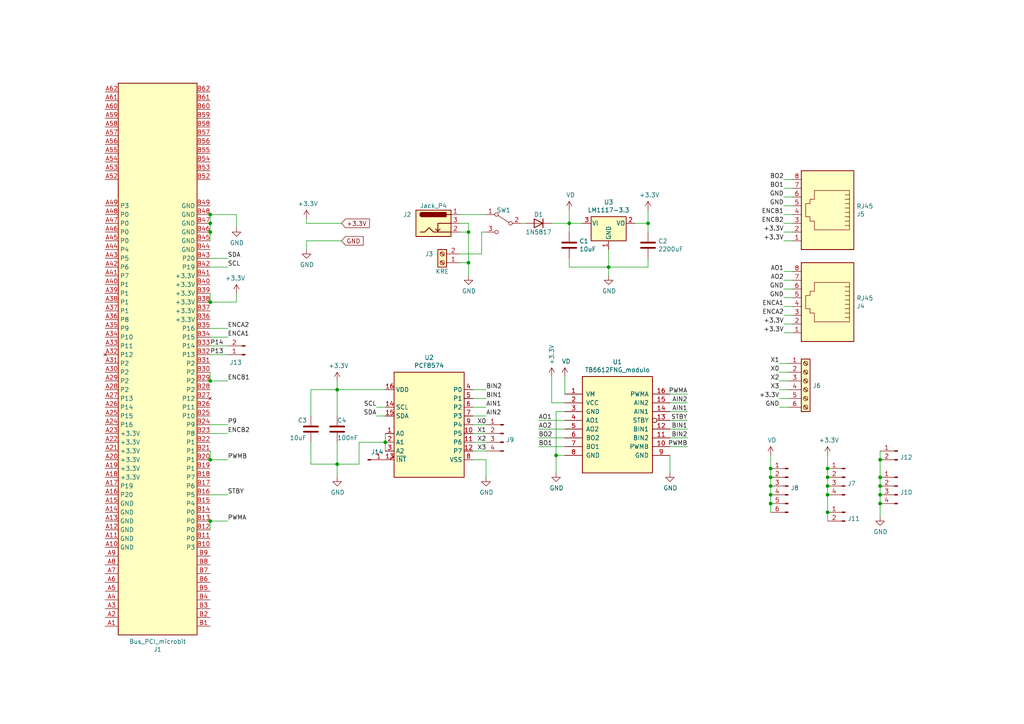
<source format=kicad_sch>
(kicad_sch (version 20211123) (generator eeschema)
  (paper "A4")
  (title_block (title "Escola 4.0 - Robô (des)Controlado") (date "2024-05-31") (rev "1.0"))
  (lib_symbols
    (symbol "Connector:Barrel_Jack_Switch" (pin_names hide)
      (property "Reference" "J" (at 0 5.334 0))
      (property "Value" "Barrel_Jack_Switch" (at 0 -5.08 0))
      (symbol "Barrel_Jack_Switch_0_1"
        (rectangle (start -5.08 3.81) (end 5.08 -3.81) (stroke (width 0.254)) (fill (type background)))
        (arc (start -3.302 3.175) (mid -3.937 2.54) (end -3.302 1.905) (stroke (width 0.254)))
        (arc (start -3.302 3.175) (mid -3.937 2.54) (end -3.302 1.905) (stroke (width 0.254)) (fill (type outline)))
        (polyline (pts (xy 1.27 -2.286) (xy 1.905 -1.651)) (stroke (width 0.254)))
        (polyline (pts (xy 5.08 2.54) (xy 3.81 2.54)) (stroke (width 0.254)))
        (polyline (pts (xy 5.08 0) (xy 1.27 0) (xy 1.27 -2.286) (xy 0.635 -1.651)) (stroke (width 0.254)))
        (polyline (pts (xy -3.81 -2.54) (xy -2.54 -2.54) (xy -1.27 -1.27) (xy 0 -2.54) (xy 2.54 -2.54) (xy 5.08 -2.54)) (stroke (width 0.254)))
        (rectangle (start 3.683 3.175) (end -3.302 1.905) (stroke (width 0.254)) (fill (type outline)))
      )
      (symbol "Barrel_Jack_Switch_1_1"
        (pin passive line (at 7.62 2.54 180) (length 2.54) (name "~") (number "1"))
        (pin passive line (at 7.62 -2.54 180) (length 2.54) (name "~") (number "2"))
        (pin passive line (at 7.62 0 180) (length 2.54) (name "~") (number "3"))
      )
    )
    (symbol "Connector:Conn_01x01_Male" (pin_names (offset 1.016) hide)
      (property "Reference" "J" (at 0 2.54 0))
      (property "Value" "Conn_01x01_Male" (at 0 -2.54 0))
      (symbol "Conn_01x01_Male_1_1"
        (polyline (pts (xy 1.27 0) (xy 0.8636 0)) (stroke (width 0.1524)))
        (rectangle (start 0.8636 0.127) (end 0 -0.127) (stroke (width 0.1524)) (fill (type outline)))
        (pin passive line (at 5.08 0 180) (length 3.81) (name "Pin_1") (number "1"))
      )
    )
    (symbol "Connector:Conn_01x02_Male" (pin_names (offset 1.016) hide)
      (property "Reference" "J" (at 0 2.54 0))
      (property "Value" "Conn_01x02_Male" (at 0 -5.08 0))
      (symbol "Conn_01x02_Male_1_1"
        (polyline (pts (xy 1.27 -2.54) (xy 0.8636 -2.54)) (stroke (width 0.1524)))
        (polyline (pts (xy 1.27 0) (xy 0.8636 0)) (stroke (width 0.1524)))
        (rectangle (start 0.8636 -2.413) (end 0 -2.667) (stroke (width 0.1524)) (fill (type outline)))
        (rectangle (start 0.8636 0.127) (end 0 -0.127) (stroke (width 0.1524)) (fill (type outline)))
        (pin passive line (at 5.08 0 180) (length 3.81) (name "Pin_1") (number "1"))
        (pin passive line (at 5.08 -2.54 180) (length 3.81) (name "Pin_2") (number "2"))
      )
    )
    (symbol "Connector:Conn_01x04_Male" (pin_names (offset 1.016) hide)
      (property "Reference" "J" (at 0 5.08 0))
      (property "Value" "Conn_01x04_Male" (at 0 -7.62 0))
      (symbol "Conn_01x04_Male_1_1"
        (polyline (pts (xy 1.27 -5.08) (xy 0.8636 -5.08)) (stroke (width 0.1524)))
        (polyline (pts (xy 1.27 -2.54) (xy 0.8636 -2.54)) (stroke (width 0.1524)))
        (polyline (pts (xy 1.27 0) (xy 0.8636 0)) (stroke (width 0.1524)))
        (polyline (pts (xy 1.27 2.54) (xy 0.8636 2.54)) (stroke (width 0.1524)))
        (rectangle (start 0.8636 -4.953) (end 0 -5.207) (stroke (width 0.1524)) (fill (type outline)))
        (rectangle (start 0.8636 -2.413) (end 0 -2.667) (stroke (width 0.1524)) (fill (type outline)))
        (rectangle (start 0.8636 0.127) (end 0 -0.127) (stroke (width 0.1524)) (fill (type outline)))
        (rectangle (start 0.8636 2.667) (end 0 2.413) (stroke (width 0.1524)) (fill (type outline)))
        (pin passive line (at 5.08 2.54 180) (length 3.81) (name "Pin_1") (number "1"))
        (pin passive line (at 5.08 0 180) (length 3.81) (name "Pin_2") (number "2"))
        (pin passive line (at 5.08 -2.54 180) (length 3.81) (name "Pin_3") (number "3"))
        (pin passive line (at 5.08 -5.08 180) (length 3.81) (name "Pin_4") (number "4"))
      )
    )
    (symbol "Connector:Conn_01x06_Male" (pin_names (offset 1.016) hide)
      (property "Reference" "J" (at 0 7.62 0))
      (property "Value" "Conn_01x06_Male" (at 0 -10.16 0))
      (symbol "Conn_01x06_Male_1_1"
        (polyline (pts (xy 1.27 -7.62) (xy 0.8636 -7.62)) (stroke (width 0.1524)))
        (polyline (pts (xy 1.27 -5.08) (xy 0.8636 -5.08)) (stroke (width 0.1524)))
        (polyline (pts (xy 1.27 -2.54) (xy 0.8636 -2.54)) (stroke (width 0.1524)))
        (polyline (pts (xy 1.27 0) (xy 0.8636 0)) (stroke (width 0.1524)))
        (polyline (pts (xy 1.27 2.54) (xy 0.8636 2.54)) (stroke (width 0.1524)))
        (polyline (pts (xy 1.27 5.08) (xy 0.8636 5.08)) (stroke (width 0.1524)))
        (rectangle (start 0.8636 -7.493) (end 0 -7.747) (stroke (width 0.1524)) (fill (type outline)))
        (rectangle (start 0.8636 -4.953) (end 0 -5.207) (stroke (width 0.1524)) (fill (type outline)))
        (rectangle (start 0.8636 -2.413) (end 0 -2.667) (stroke (width 0.1524)) (fill (type outline)))
        (rectangle (start 0.8636 0.127) (end 0 -0.127) (stroke (width 0.1524)) (fill (type outline)))
        (rectangle (start 0.8636 2.667) (end 0 2.413) (stroke (width 0.1524)) (fill (type outline)))
        (rectangle (start 0.8636 5.207) (end 0 4.953) (stroke (width 0.1524)) (fill (type outline)))
        (pin passive line (at 5.08 5.08 180) (length 3.81) (name "Pin_1") (number "1"))
        (pin passive line (at 5.08 2.54 180) (length 3.81) (name "Pin_2") (number "2"))
        (pin passive line (at 5.08 0 180) (length 3.81) (name "Pin_3") (number "3"))
        (pin passive line (at 5.08 -2.54 180) (length 3.81) (name "Pin_4") (number "4"))
        (pin passive line (at 5.08 -5.08 180) (length 3.81) (name "Pin_5") (number "5"))
        (pin passive line (at 5.08 -7.62 180) (length 3.81) (name "Pin_6") (number "6"))
      )
    )
    (symbol "Connector:RJ45" (pin_names (offset 1.016))
      (property "Reference" "J" (at -5.08 13.97 0))
      (property "Value" "RJ45" (at 2.54 13.97 0))
      (symbol "RJ45_0_1"
        (polyline (pts (xy -5.08 4.445) (xy -6.35 4.445)))
        (polyline (pts (xy -5.08 5.715) (xy -6.35 5.715)))
        (polyline (pts (xy -6.35 -3.175) (xy -5.08 -3.175) (xy -5.08 -3.175)))
        (polyline (pts (xy -6.35 -1.905) (xy -5.08 -1.905) (xy -5.08 -1.905)))
        (polyline (pts (xy -6.35 -0.635) (xy -5.08 -0.635) (xy -5.08 -0.635)))
        (polyline (pts (xy -6.35 0.635) (xy -5.08 0.635) (xy -5.08 0.635)))
        (polyline (pts (xy -6.35 1.905) (xy -5.08 1.905) (xy -5.08 1.905)))
        (polyline (pts (xy -5.08 3.175) (xy -6.35 3.175) (xy -6.35 3.175)))
        (polyline (pts (xy -6.35 -4.445) (xy -6.35 6.985) (xy 3.81 6.985) (xy 3.81 4.445) (xy 5.08 4.445) (xy 5.08 3.175) (xy 6.35 3.175) (xy 6.35 -0.635) (xy 5.08 -0.635) (xy 5.08 -1.905) (xy 3.81 -1.905) (xy 3.81 -4.445) (xy -6.35 -4.445) (xy -6.35 -4.445)))
        (rectangle (start 7.62 12.7) (end -7.62 -10.16) (stroke (width 0.254)) (fill (type background)))
      )
      (symbol "RJ45_1_1"
        (pin passive line (at 10.16 -7.62 180) (length 2.54) (name "~") (number "1"))
        (pin passive line (at 10.16 -5.08 180) (length 2.54) (name "~") (number "2"))
        (pin passive line (at 10.16 -2.54 180) (length 2.54) (name "~") (number "3"))
        (pin passive line (at 10.16 0 180) (length 2.54) (name "~") (number "4"))
        (pin passive line (at 10.16 2.54 180) (length 2.54) (name "~") (number "5"))
        (pin passive line (at 10.16 5.08 180) (length 2.54) (name "~") (number "6"))
        (pin passive line (at 10.16 7.62 180) (length 2.54) (name "~") (number "7"))
        (pin passive line (at 10.16 10.16 180) (length 2.54) (name "~") (number "8"))
      )
    )
    (symbol "Connector:Screw_Terminal_01x02" (pin_names (offset 1.016) hide)
      (property "Reference" "J" (at 0 2.54 0))
      (property "Value" "Screw_Terminal_01x02" (at 0 -5.08 0))
      (symbol "Screw_Terminal_01x02_1_1"
        (rectangle (start -1.27 1.27) (end 1.27 -3.81) (stroke (width 0.254)) (fill (type background)))
        (circle (center 0 -2.54) (radius 0.635) (stroke (width 0.1524)))
        (polyline (pts (xy -0.5334 -2.2098) (xy 0.3302 -3.048)) (stroke (width 0.1524)))
        (polyline (pts (xy -0.5334 0.3302) (xy 0.3302 -0.508)) (stroke (width 0.1524)))
        (polyline (pts (xy -0.3556 -2.032) (xy 0.508 -2.8702)) (stroke (width 0.1524)))
        (polyline (pts (xy -0.3556 0.508) (xy 0.508 -0.3302)) (stroke (width 0.1524)))
        (circle (center 0 0) (radius 0.635) (stroke (width 0.1524)))
        (pin passive line (at -5.08 0 0) (length 3.81) (name "Pin_1") (number "1"))
        (pin passive line (at -5.08 -2.54 0) (length 3.81) (name "Pin_2") (number "2"))
      )
    )
    (symbol "Connector:Screw_Terminal_01x06" (pin_names (offset 1.016) hide)
      (property "Reference" "J" (at 0 7.62 0))
      (property "Value" "Screw_Terminal_01x06" (at 0 -10.16 0))
      (symbol "Screw_Terminal_01x06_1_1"
        (rectangle (start -1.27 6.35) (end 1.27 -8.89) (stroke (width 0.254)) (fill (type background)))
        (circle (center 0 -7.62) (radius 0.635) (stroke (width 0.1524)))
        (circle (center 0 -5.08) (radius 0.635) (stroke (width 0.1524)))
        (circle (center 0 -2.54) (radius 0.635) (stroke (width 0.1524)))
        (polyline (pts (xy -0.5334 -7.2898) (xy 0.3302 -8.128)) (stroke (width 0.1524)))
        (polyline (pts (xy -0.5334 -4.7498) (xy 0.3302 -5.588)) (stroke (width 0.1524)))
        (polyline (pts (xy -0.5334 -2.2098) (xy 0.3302 -3.048)) (stroke (width 0.1524)))
        (polyline (pts (xy -0.5334 0.3302) (xy 0.3302 -0.508)) (stroke (width 0.1524)))
        (polyline (pts (xy -0.5334 2.8702) (xy 0.3302 2.032)) (stroke (width 0.1524)))
        (polyline (pts (xy -0.5334 5.4102) (xy 0.3302 4.572)) (stroke (width 0.1524)))
        (polyline (pts (xy -0.3556 -7.112) (xy 0.508 -7.9502)) (stroke (width 0.1524)))
        (polyline (pts (xy -0.3556 -4.572) (xy 0.508 -5.4102)) (stroke (width 0.1524)))
        (polyline (pts (xy -0.3556 -2.032) (xy 0.508 -2.8702)) (stroke (width 0.1524)))
        (polyline (pts (xy -0.3556 0.508) (xy 0.508 -0.3302)) (stroke (width 0.1524)))
        (polyline (pts (xy -0.3556 3.048) (xy 0.508 2.2098)) (stroke (width 0.1524)))
        (polyline (pts (xy -0.3556 5.588) (xy 0.508 4.7498)) (stroke (width 0.1524)))
        (circle (center 0 0) (radius 0.635) (stroke (width 0.1524)))
        (circle (center 0 2.54) (radius 0.635) (stroke (width 0.1524)))
        (circle (center 0 5.08) (radius 0.635) (stroke (width 0.1524)))
        (pin passive line (at -5.08 5.08 0) (length 3.81) (name "Pin_1") (number "1"))
        (pin passive line (at -5.08 2.54 0) (length 3.81) (name "Pin_2") (number "2"))
        (pin passive line (at -5.08 0 0) (length 3.81) (name "Pin_3") (number "3"))
        (pin passive line (at -5.08 -2.54 0) (length 3.81) (name "Pin_4") (number "4"))
        (pin passive line (at -5.08 -5.08 0) (length 3.81) (name "Pin_5") (number "5"))
        (pin passive line (at -5.08 -7.62 0) (length 3.81) (name "Pin_6") (number "6"))
      )
    )
    (symbol "Device:C" (pin_numbers hide) (pin_names (offset 0.254))
      (property "Reference" "C" (at 0.635 2.54 0))
      (property "Value" "C" (at 0.635 -2.54 0))
      (symbol "C_0_1"
        (polyline (pts (xy -2.032 -0.762) (xy 2.032 -0.762)) (stroke (width 0.508)))
        (polyline (pts (xy -2.032 0.762) (xy 2.032 0.762)) (stroke (width 0.508)))
      )
      (symbol "C_1_1"
        (pin passive line (at 0 3.81 270) (length 2.794) (name "~") (number "1"))
        (pin passive line (at 0 -3.81 90) (length 2.794) (name "~") (number "2"))
      )
    )
    (symbol "Device:D" (pin_numbers hide) (pin_names (offset 1.016) hide)
      (property "Reference" "D" (at 0 2.54 0))
      (property "Value" "D" (at 0 -2.54 0))
      (symbol "D_0_1"
        (polyline (pts (xy -1.27 1.27) (xy -1.27 -1.27)) (stroke (width 0.254)))
        (polyline (pts (xy 1.27 0) (xy -1.27 0)))
        (polyline (pts (xy 1.27 1.27) (xy 1.27 -1.27) (xy -1.27 0) (xy 1.27 1.27)) (stroke (width 0.254)))
      )
      (symbol "D_1_1"
        (pin passive line (at -3.81 0 0) (length 2.54) (name "K") (number "1"))
        (pin passive line (at 3.81 0 180) (length 2.54) (name "A") (number "2"))
      )
    )
    (symbol "Regulator_Linear:LM1117-3.3" (pin_names (offset 0.254))
      (property "Reference" "U" (at -3.81 3.175 0))
      (property "Value" "LM1117-3.3" (at 0 3.175 0))
      (symbol "LM1117-3.3_0_1"
        (rectangle (start -5.08 -5.08) (end 5.08 1.905) (stroke (width 0.254)) (fill (type background)))
      )
      (symbol "LM1117-3.3_1_1"
        (pin power_in line (at 0 -7.62 90) (length 2.54) (name "GND") (number "1"))
        (pin power_out line (at 7.62 0 180) (length 2.54) (name "VO") (number "2"))
        (pin power_in line (at -7.62 0 0) (length 2.54) (name "VI") (number "3"))
      )
    )
    (symbol "Switch:SW_SPDT" (pin_names (offset 0) hide)
      (property "Reference" "SW" (at 0 4.318 0))
      (property "Value" "SW_SPDT" (at 0 -5.08 0))
      (symbol "SW_SPDT_0_0"
        (circle (center -2.032 0) (radius 0.508))
        (circle (center 2.032 -2.54) (radius 0.508))
      )
      (symbol "SW_SPDT_0_1"
        (polyline (pts (xy -1.524 0.254) (xy 1.651 2.286)))
        (circle (center 2.032 2.54) (radius 0.508))
      )
      (symbol "SW_SPDT_1_1"
        (pin passive line (at 5.08 2.54 180) (length 2.54) (name "A") (number "1"))
        (pin passive line (at -5.08 0 0) (length 2.54) (name "B") (number "2"))
        (pin passive line (at 5.08 -2.54 180) (length 2.54) (name "C") (number "3"))
      )
    )
    (symbol "power:+3.3V" (power) (pin_names (offset 0))
      (property "Value" "+3.3V" (at 0 3.556 0))
      (symbol "+3.3V_0_1"
        (polyline (pts (xy -0.762 1.27) (xy 0 2.54)))
        (polyline (pts (xy 0 0) (xy 0 2.54)))
        (polyline (pts (xy 0 2.54) (xy 0.762 1.27)))
      )
      (symbol "+3.3V_1_1"
        (pin power_in line (at 0 0 90) (length 0) hide (name "+3.3V") (number "1"))
      )
    )
    (symbol "power:GND" (power) (pin_names (offset 0))
      (property "Value" "GND" (at 0 -3.81 0))
      (symbol "GND_0_1"
        (polyline (pts (xy 0 0) (xy 0 -1.27) (xy 1.27 -1.27) (xy 0 -2.54) (xy -1.27 -1.27) (xy 0 -1.27)))
      )
      (symbol "GND_1_1"
        (pin power_in line (at 0 0 270) (length 0) hide (name "GND") (number "1"))
      )
    )
    (symbol "power:VD" (power) (pin_names (offset 0))
      (property "Value" "VD" (at 0 3.81 0))
      (symbol "VD_0_1"
        (polyline (pts (xy -0.762 1.27) (xy 0 2.54)))
        (polyline (pts (xy 0 0) (xy 0 2.54)))
        (polyline (pts (xy 0 2.54) (xy 0.762 1.27)))
      )
      (symbol "VD_1_1"
        (pin power_in line (at 0 0 90) (length 0) hide (name "VD") (number "1"))
      )
    )
    (symbol "robo_descontrolado-rescue:Bus_PCI_microbit-Personal"
      (property "Reference" "J" (at 0 80.01 0))
      (property "Value" "robo_descontrolado-rescue_Bus_PCI_microbit-Personal" (at 0 -82.55 0))
      (symbol "Bus_PCI_microbit-Personal_0_1"
        (rectangle (start -11.43 -81.28) (end 11.43 78.74) (stroke (width 0.254)) (fill (type background)))
      )
      (symbol "Bus_PCI_microbit-Personal_1_1"
        (pin unspecified line (at 15.24 76.2 180) (length 3.81) (name "~") (number "A1"))
        (pin power_in line (at 15.24 53.34 180) (length 3.81) (name "GND") (number "A10"))
        (pin power_in line (at 15.24 50.8 180) (length 3.81) (name "GND") (number "A11"))
        (pin power_in line (at 15.24 48.26 180) (length 3.81) (name "GND") (number "A12"))
        (pin power_in line (at 15.24 45.72 180) (length 3.81) (name "GND") (number "A13"))
        (pin power_in line (at 15.24 43.18 180) (length 3.81) (name "GND") (number "A14"))
        (pin power_in line (at 15.24 40.64 180) (length 3.81) (name "GND") (number "A15"))
        (pin bidirectional line (at 15.24 38.1 180) (length 3.81) (name "P20") (number "A16"))
        (pin bidirectional line (at 15.24 35.56 180) (length 3.81) (name "P19") (number "A17"))
        (pin power_in line (at 15.24 33.02 180) (length 3.81) (name "+3.3V") (number "A18"))
        (pin power_in line (at 15.24 30.48 180) (length 3.81) (name "+3.3V") (number "A19"))
        (pin unspecified line (at 15.24 73.66 180) (length 3.81) (name "~") (number "A2"))
        (pin power_in line (at 15.24 27.94 180) (length 3.81) (name "+3.3V") (number "A20"))
        (pin power_in line (at 15.24 25.4 180) (length 3.81) (name "+3.3V") (number "A21"))
        (pin power_in line (at 15.24 22.86 180) (length 3.81) (name "+3.3V") (number "A22"))
        (pin power_in line (at 15.24 20.32 180) (length 3.81) (name "+3.3V") (number "A23"))
        (pin bidirectional line (at 15.24 17.78 180) (length 3.81) (name "P16") (number "A24"))
        (pin bidirectional line (at 15.24 15.24 180) (length 3.81) (name "P15") (number "A25"))
        (pin bidirectional line (at 15.24 12.7 180) (length 3.81) (name "P14") (number "A26"))
        (pin bidirectional line (at 15.24 10.16 180) (length 3.81) (name "P13") (number "A27"))
        (pin bidirectional line (at 15.24 7.62 180) (length 3.81) (name "P2") (number "A28"))
        (pin bidirectional line (at 15.24 5.08 180) (length 3.81) (name "P2") (number "A29"))
        (pin unspecified line (at 15.24 71.12 180) (length 3.81) (name "~") (number "A3"))
        (pin bidirectional line (at 15.24 2.54 180) (length 3.81) (name "P2") (number "A30"))
        (pin bidirectional line (at 15.24 0 180) (length 3.81) (name "P2") (number "A31"))
        (pin no_connect line (at 15.24 -2.54 180) (length 3.81) (name "P12") (number "A32"))
        (pin bidirectional line (at 15.24 -5.08 180) (length 3.81) (name "P11") (number "A33"))
        (pin bidirectional line (at 15.24 -7.62 180) (length 3.81) (name "P10") (number "A34"))
        (pin bidirectional line (at 15.24 -10.16 180) (length 3.81) (name "P9") (number "A35"))
        (pin bidirectional line (at 15.24 -12.7 180) (length 3.81) (name "P8") (number "A36"))
        (pin bidirectional line (at 15.24 -15.24 180) (length 3.81) (name "P1") (number "A37"))
        (pin bidirectional line (at 15.24 -17.78 180) (length 3.81) (name "P1") (number "A38"))
        (pin bidirectional line (at 15.24 -20.32 180) (length 3.81) (name "P1") (number "A39"))
        (pin unspecified line (at 15.24 68.58 180) (length 3.81) (name "~") (number "A4"))
        (pin bidirectional line (at 15.24 -22.86 180) (length 3.81) (name "P1") (number "A40"))
        (pin bidirectional line (at 15.24 -25.4 180) (length 3.81) (name "P7") (number "A41"))
        (pin bidirectional line (at 15.24 -27.94 180) (length 3.81) (name "P6") (number "A42"))
        (pin bidirectional line (at 15.24 -30.48 180) (length 3.81) (name "P5") (number "A43"))
        (pin bidirectional line (at 15.24 -33.02 180) (length 3.81) (name "P4") (number "A44"))
        (pin bidirectional line (at 15.24 -35.56 180) (length 3.81) (name "P0") (number "A45"))
        (pin bidirectional line (at 15.24 -38.1 180) (length 3.81) (name "P0") (number "A46"))
        (pin bidirectional line (at 15.24 -40.64 180) (length 3.81) (name "P0") (number "A47"))
        (pin bidirectional line (at 15.24 -43.18 180) (length 3.81) (name "P0") (number "A48"))
        (pin bidirectional line (at 15.24 -45.72 180) (length 3.81) (name "P3") (number "A49"))
        (pin unspecified line (at 15.24 66.04 180) (length 3.81) (name "~") (number "A5"))
        (pin unspecified line (at 15.24 -53.34 180) (length 3.81) (name "~") (number "A52"))
        (pin unspecified line (at 15.24 -55.88 180) (length 3.81) (name "~") (number "A53"))
        (pin unspecified line (at 15.24 -58.42 180) (length 3.81) (name "~") (number "A54"))
        (pin unspecified line (at 15.24 -60.96 180) (length 3.81) (name "~") (number "A55"))
        (pin unspecified line (at 15.24 -63.5 180) (length 3.81) (name "~") (number "A56"))
        (pin unspecified line (at 15.24 -66.04 180) (length 3.81) (name "~") (number "A57"))
        (pin unspecified line (at 15.24 -68.58 180) (length 3.81) (name "~") (number "A58"))
        (pin unspecified line (at 15.24 -71.12 180) (length 3.81) (name "~") (number "A59"))
        (pin unspecified line (at 15.24 63.5 180) (length 3.81) (name "~") (number "A6"))
        (pin unspecified line (at 15.24 -73.66 180) (length 3.81) (name "~") (number "A60"))
        (pin unspecified line (at 15.24 -76.2 180) (length 3.81) (name "~") (number "A61"))
        (pin unspecified line (at 15.24 -78.74 180) (length 3.81) (name "~") (number "A62"))
        (pin unspecified line (at 15.24 60.96 180) (length 3.81) (name "~") (number "A7"))
        (pin unspecified line (at 15.24 58.42 180) (length 3.81) (name "~") (number "A8"))
        (pin unspecified line (at 15.24 55.88 180) (length 3.81) (name "~") (number "A9"))
        (pin unspecified line (at -15.24 76.2 0) (length 3.81) (name "~") (number "B1"))
        (pin bidirectional line (at -15.24 53.34 0) (length 3.81) (name "P3") (number "B10"))
        (pin bidirectional line (at -15.24 50.8 0) (length 3.81) (name "P0") (number "B11"))
        (pin bidirectional line (at -15.24 48.26 0) (length 3.81) (name "P0") (number "B12"))
        (pin bidirectional line (at -15.24 45.72 0) (length 3.81) (name "P0") (number "B13"))
        (pin bidirectional line (at -15.24 43.18 0) (length 3.81) (name "P0") (number "B14"))
        (pin bidirectional line (at -15.24 40.64 0) (length 3.81) (name "P4") (number "B15"))
        (pin bidirectional line (at -15.24 38.1 0) (length 3.81) (name "P5") (number "B16"))
        (pin bidirectional line (at -15.24 35.56 0) (length 3.81) (name "P6") (number "B17"))
        (pin bidirectional line (at -15.24 33.02 0) (length 3.81) (name "P7") (number "B18"))
        (pin bidirectional line (at -15.24 30.48 0) (length 3.81) (name "P1") (number "B19"))
        (pin unspecified line (at -15.24 73.66 0) (length 3.81) (name "~") (number "B2"))
        (pin bidirectional line (at -15.24 27.94 0) (length 3.81) (name "P1") (number "B20"))
        (pin bidirectional line (at -15.24 25.4 0) (length 3.81) (name "P1") (number "B21"))
        (pin bidirectional line (at -15.24 22.86 0) (length 3.81) (name "P1") (number "B22"))
        (pin bidirectional line (at -15.24 20.32 0) (length 3.81) (name "P8") (number "B23"))
        (pin bidirectional line (at -15.24 17.78 0) (length 3.81) (name "P9") (number "B24"))
        (pin bidirectional line (at -15.24 15.24 0) (length 3.81) (name "P10") (number "B25"))
        (pin bidirectional line (at -15.24 12.7 0) (length 3.81) (name "P11") (number "B26"))
        (pin no_connect line (at -15.24 10.16 0) (length 3.81) (name "P12") (number "B27"))
        (pin bidirectional line (at -15.24 7.62 0) (length 3.81) (name "P2") (number "B28"))
        (pin bidirectional line (at -15.24 5.08 0) (length 3.81) (name "P2") (number "B29"))
        (pin unspecified line (at -15.24 71.12 0) (length 3.81) (name "~") (number "B3"))
        (pin bidirectional line (at -15.24 2.54 0) (length 3.81) (name "P2") (number "B30"))
        (pin bidirectional line (at -15.24 0 0) (length 3.81) (name "P2") (number "B31"))
        (pin bidirectional line (at -15.24 -2.54 0) (length 3.81) (name "P13") (number "B32"))
        (pin bidirectional line (at -15.24 -5.08 0) (length 3.81) (name "P14") (number "B33"))
        (pin bidirectional line (at -15.24 -7.62 0) (length 3.81) (name "P15") (number "B34"))
        (pin bidirectional line (at -15.24 -10.16 0) (length 3.81) (name "P16") (number "B35"))
        (pin power_in line (at -15.24 -12.7 0) (length 3.81) (name "+3.3V") (number "B36"))
        (pin power_in line (at -15.24 -15.24 0) (length 3.81) (name "+3.3V") (number "B37"))
        (pin power_in line (at -15.24 -17.78 0) (length 3.81) (name "+3.3V") (number "B38"))
        (pin power_in line (at -15.24 -20.32 0) (length 3.81) (name "+3.3V") (number "B39"))
        (pin unspecified line (at -15.24 68.58 0) (length 3.81) (name "~") (number "B4"))
        (pin power_in line (at -15.24 -22.86 0) (length 3.81) (name "+3.3V") (number "B40"))
        (pin power_in line (at -15.24 -25.4 0) (length 3.81) (name "+3.3V") (number "B41"))
        (pin bidirectional line (at -15.24 -27.94 0) (length 3.81) (name "P19") (number "B42"))
        (pin bidirectional line (at -15.24 -30.48 0) (length 3.81) (name "P20") (number "B43"))
        (pin power_in line (at -15.24 -33.02 0) (length 3.81) (name "GND") (number "B44"))
        (pin power_in line (at -15.24 -35.56 0) (length 3.81) (name "GND") (number "B45"))
        (pin power_in line (at -15.24 -38.1 0) (length 3.81) (name "GND") (number "B46"))
        (pin power_in line (at -15.24 -40.64 0) (length 3.81) (name "GND") (number "B47"))
        (pin power_in line (at -15.24 -43.18 0) (length 3.81) (name "GND") (number "B48"))
        (pin power_in line (at -15.24 -45.72 0) (length 3.81) (name "GND") (number "B49"))
        (pin unspecified line (at -15.24 66.04 0) (length 3.81) (name "~") (number "B5"))
        (pin unspecified line (at -15.24 -53.34 0) (length 3.81) (name "~") (number "B52"))
        (pin unspecified line (at -15.24 -55.88 0) (length 3.81) (name "~") (number "B53"))
        (pin unspecified line (at -15.24 -58.42 0) (length 3.81) (name "~") (number "B54"))
        (pin unspecified line (at -15.24 -60.96 0) (length 3.81) (name "~") (number "B55"))
        (pin unspecified line (at -15.24 -63.5 0) (length 3.81) (name "~") (number "B56"))
        (pin unspecified line (at -15.24 -66.04 0) (length 3.81) (name "~") (number "B57"))
        (pin unspecified line (at -15.24 -68.58 0) (length 3.81) (name "~") (number "B58"))
        (pin unspecified line (at -15.24 -71.12 0) (length 3.81) (name "~") (number "B59"))
        (pin unspecified line (at -15.24 63.5 0) (length 3.81) (name "~") (number "B6"))
        (pin unspecified line (at -15.24 -73.66 0) (length 3.81) (name "~") (number "B60"))
        (pin unspecified line (at -15.24 -76.2 0) (length 3.81) (name "~") (number "B61"))
        (pin unspecified line (at -15.24 -78.74 0) (length 3.81) (name "~") (number "B62"))
        (pin unspecified line (at -15.24 60.96 0) (length 3.81) (name "~") (number "B7"))
        (pin unspecified line (at -15.24 58.42 0) (length 3.81) (name "~") (number "B8"))
        (pin unspecified line (at -15.24 55.88 0) (length 3.81) (name "~") (number "B9"))
      )
    )
    (symbol "robo_descontrolado-rescue:PCF8574-Personal"
      (property "Reference" "U" (at -8.89 16.51 0))
      (property "Value" "robo_descontrolado-rescue_PCF8574-Personal" (at 2.54 16.51 0))
      (symbol "PCF8574-Personal_0_1"
        (rectangle (start -10.16 15.24) (end 10.16 -15.24) (stroke (width 0.254)) (fill (type background)))
      )
      (symbol "PCF8574-Personal_1_1"
        (pin input line (at -12.7 -2.54 0) (length 2.54) (name "A0") (number "1"))
        (pin bidirectional line (at 12.7 -2.54 180) (length 2.54) (name "P5") (number "10"))
        (pin bidirectional line (at 12.7 -5.08 180) (length 2.54) (name "P6") (number "11"))
        (pin bidirectional line (at 12.7 -7.62 180) (length 2.54) (name "P7") (number "12"))
        (pin open_collector output_low (at -12.7 -10.16 0) (length 2.54) (name "~{INT}") (number "13"))
        (pin input line (at -12.7 5.08 0) (length 2.54) (name "SCL") (number "14"))
        (pin bidirectional line (at -12.7 2.54 0) (length 2.54) (name "SDA") (number "15"))
        (pin power_in line (at -12.7 10.16 0) (length 2.54) (name "VDD") (number "16"))
        (pin input line (at -12.7 -5.08 0) (length 2.54) (name "A1") (number "2"))
        (pin input line (at -12.7 -7.62 0) (length 2.54) (name "A2") (number "3"))
        (pin bidirectional line (at 12.7 10.16 180) (length 2.54) (name "P0") (number "4"))
        (pin bidirectional line (at 12.7 7.62 180) (length 2.54) (name "P1") (number "5"))
        (pin bidirectional line (at 12.7 5.08 180) (length 2.54) (name "P2") (number "6"))
        (pin bidirectional line (at 12.7 2.54 180) (length 2.54) (name "P3") (number "7"))
        (pin power_in line (at 12.7 -10.16 180) (length 2.54) (name "VSS") (number "8"))
        (pin bidirectional line (at 12.7 0 180) (length 2.54) (name "P4") (number "9"))
      )
    )
    (symbol "robo_descontrolado-rescue:TB6612FNG_modulo-Personal" (pin_names (offset 1.016))
      (property "Reference" "U" (at 0 17.78 0))
      (property "Value" "robo_descontrolado-rescue_TB6612FNG_modulo-Personal" (at 0 15.24 0))
      (symbol "TB6612FNG_modulo-Personal_0_1"
        (rectangle (start -10.16 13.97) (end 10.16 -13.97) (stroke (width 0.254)) (fill (type background)))
      )
      (symbol "TB6612FNG_modulo-Personal_1_1"
        (pin power_in line (at -15.24 8.89 0) (length 5.08) (name "VM") (number "1"))
        (pin input line (at 15.24 -6.35 180) (length 5.08) (name "PWMB") (number "10"))
        (pin input line (at 15.24 -3.81 180) (length 5.08) (name "BIN2") (number "11"))
        (pin input line (at 15.24 -1.27 180) (length 5.08) (name "BIN1") (number "12"))
        (pin input inverted (at 15.24 1.27 180) (length 5.08) (name "STBY") (number "13"))
        (pin input line (at 15.24 3.81 180) (length 5.08) (name "AIN1") (number "14"))
        (pin input line (at 15.24 6.35 180) (length 5.08) (name "AIN2") (number "15"))
        (pin input line (at 15.24 8.89 180) (length 5.08) (name "PWMA") (number "16"))
        (pin power_in line (at -15.24 6.35 0) (length 5.08) (name "VCC") (number "2"))
        (pin power_in line (at -15.24 3.81 0) (length 5.08) (name "GND") (number "3"))
        (pin power_out line (at -15.24 1.27 0) (length 5.08) (name "AO1") (number "4"))
        (pin power_out line (at -15.24 -1.27 0) (length 5.08) (name "AO2") (number "5"))
        (pin power_out line (at -15.24 -3.81 0) (length 5.08) (name "BO2") (number "6"))
        (pin power_out line (at -15.24 -6.35 0) (length 5.08) (name "BO1") (number "7"))
        (pin power_in line (at -15.24 -8.89 0) (length 5.08) (name "GND") (number "8"))
        (pin power_in line (at 15.24 -8.89 180) (length 5.08) (name "GND") (number "9"))
      )
    )
  )
  (junction (at 255.27 146.05))
  (junction (at 60.96 133.35))
  (junction (at 135.89 76.2))
  (junction (at 255.27 138.43))
  (junction (at 60.96 151.13))
  (junction (at 111.76 128.27))
  (junction (at 255.27 143.51))
  (junction (at 240.03 138.43))
  (junction (at 223.52 143.51))
  (junction (at 255.27 140.97))
  (junction (at 240.03 148.59))
  (junction (at 135.89 67.31))
  (junction (at 165.1 64.77))
  (junction (at 240.03 135.89))
  (junction (at 161.29 132.08))
  (junction (at 97.79 134.62))
  (junction (at 240.03 143.51))
  (junction (at 223.52 135.89))
  (junction (at 97.79 113.03))
  (junction (at 60.96 110.49))
  (junction (at 255.27 133.35))
  (junction (at 223.52 138.43))
  (junction (at 223.52 140.97))
  (junction (at 60.96 87.63))
  (junction (at 223.52 146.05))
  (junction (at 176.53 77.47))
  (junction (at 60.96 67.31))
  (junction (at 60.96 64.77))
  (junction (at 187.96 64.77))
  (junction (at 60.96 62.23))
  (junction (at 240.03 140.97))
  (wire (pts (xy 255.27 146.05) (xy 255.27 143.51)))
  (wire (pts (xy 135.89 80.01) (xy 135.89 76.2)))
  (wire (pts (xy 223.52 143.51) (xy 223.52 146.05)))
  (wire (pts (xy 240.03 151.13) (xy 240.03 148.59)))
  (wire (pts (xy 194.31 114.3) (xy 199.39 114.3)))
  (wire (pts (xy 255.27 149.86) (xy 255.27 146.05)))
  (wire (pts (xy 255.27 140.97) (xy 255.27 138.43)))
  (wire (pts (xy 226.06 115.57) (xy 228.6 115.57)))
  (wire (pts (xy 240.03 138.43) (xy 240.03 135.89)))
  (wire (pts (xy 176.53 77.47) (xy 176.53 80.01)))
  (wire (pts (xy 240.03 135.89) (xy 240.03 132.08)))
  (wire (pts (xy 194.31 127) (xy 199.39 127)))
  (wire (pts (xy 194.31 124.46) (xy 199.39 124.46)))
  (wire (pts (xy 140.97 67.31) (xy 139.7 67.31)))
  (wire (pts (xy 60.96 64.77) (xy 60.96 67.31)))
  (wire (pts (xy 140.97 130.81) (xy 137.16 130.81)))
  (wire (pts (xy 140.97 125.73) (xy 137.16 125.73)))
  (wire (pts (xy 223.52 132.08) (xy 223.52 135.89)))
  (wire (pts (xy 161.29 119.38) (xy 163.83 119.38)))
  (wire (pts (xy 135.89 64.77) (xy 135.89 67.31)))
  (wire (pts (xy 66.04 151.13) (xy 60.96 151.13)))
  (wire (pts (xy 229.87 91.44) (xy 227.33 91.44)))
  (wire (pts (xy 140.97 113.03) (xy 137.16 113.03)))
  (wire (pts (xy 240.03 140.97) (xy 240.03 138.43)))
  (wire (pts (xy 194.31 116.84) (xy 199.39 116.84)))
  (wire (pts (xy 135.89 67.31) (xy 133.35 67.31)))
  (wire (pts (xy 140.97 128.27) (xy 137.16 128.27)))
  (wire (pts (xy 165.1 64.77) (xy 168.91 64.77)))
  (wire (pts (xy 223.52 135.89) (xy 223.52 138.43)))
  (wire (pts (xy 60.96 130.81) (xy 60.96 133.35)))
  (wire (pts (xy 90.17 134.62) (xy 97.79 134.62)))
  (wire (pts (xy 140.97 133.35) (xy 140.97 138.43)))
  (wire (pts (xy 66.04 100.33) (xy 60.96 100.33)))
  (wire (pts (xy 226.06 118.11) (xy 228.6 118.11)))
  (wire (pts (xy 140.97 120.65) (xy 137.16 120.65)))
  (wire (pts (xy 194.31 129.54) (xy 199.39 129.54)))
  (wire (pts (xy 88.9 64.77) (xy 99.06 64.77)))
  (wire (pts (xy 109.22 120.65) (xy 111.76 120.65)))
  (wire (pts (xy 60.96 110.49) (xy 60.96 107.95)))
  (wire (pts (xy 60.96 69.85) (xy 60.96 67.31)))
  (wire (pts (xy 194.31 132.08) (xy 194.31 137.16)))
  (wire (pts (xy 66.04 77.47) (xy 60.96 77.47)))
  (wire (pts (xy 133.35 73.66) (xy 139.7 73.66)))
  (wire (pts (xy 109.22 118.11) (xy 111.76 118.11)))
  (wire (pts (xy 133.35 76.2) (xy 135.89 76.2)))
  (wire (pts (xy 223.52 138.43) (xy 223.52 140.97)))
  (wire (pts (xy 229.87 54.61) (xy 227.33 54.61)))
  (wire (pts (xy 60.96 87.63) (xy 60.96 85.09)))
  (wire (pts (xy 66.04 97.79) (xy 60.96 97.79)))
  (wire (pts (xy 156.21 129.54) (xy 163.83 129.54)))
  (wire (pts (xy 156.21 124.46) (xy 163.83 124.46)))
  (wire (pts (xy 163.83 132.08) (xy 161.29 132.08)))
  (wire (pts (xy 90.17 120.65) (xy 90.17 113.03)))
  (wire (pts (xy 90.17 113.03) (xy 97.79 113.03)))
  (wire (pts (xy 66.04 95.25) (xy 60.96 95.25)))
  (wire (pts (xy 226.06 105.41) (xy 228.6 105.41)))
  (wire (pts (xy 240.03 143.51) (xy 240.03 140.97)))
  (wire (pts (xy 90.17 128.27) (xy 90.17 134.62)))
  (wire (pts (xy 156.21 127) (xy 163.83 127)))
  (wire (pts (xy 60.96 87.63) (xy 68.58 87.63)))
  (wire (pts (xy 187.96 64.77) (xy 187.96 67.31)))
  (wire (pts (xy 60.96 62.23) (xy 68.58 62.23)))
  (wire (pts (xy 163.83 114.3) (xy 163.83 109.22)))
  (wire (pts (xy 139.7 67.31) (xy 139.7 73.66)))
  (wire (pts (xy 66.04 74.93) (xy 60.96 74.93)))
  (wire (pts (xy 229.87 96.52) (xy 227.33 96.52)))
  (wire (pts (xy 88.9 63.5) (xy 88.9 64.77)))
  (wire (pts (xy 60.96 62.23) (xy 60.96 64.77)))
  (wire (pts (xy 104.14 128.27) (xy 111.76 128.27)))
  (wire (pts (xy 66.04 123.19) (xy 60.96 123.19)))
  (wire (pts (xy 227.33 64.77) (xy 229.87 64.77)))
  (wire (pts (xy 66.04 133.35) (xy 60.96 133.35)))
  (wire (pts (xy 160.02 116.84) (xy 160.02 109.22)))
  (wire (pts (xy 223.52 140.97) (xy 223.52 143.51)))
  (wire (pts (xy 227.33 59.69) (xy 229.87 59.69)))
  (wire (pts (xy 194.31 119.38) (xy 199.39 119.38)))
  (wire (pts (xy 88.9 69.85) (xy 88.9 72.39)))
  (wire (pts (xy 227.33 78.74) (xy 229.87 78.74)))
  (wire (pts (xy 194.31 121.92) (xy 199.39 121.92)))
  (wire (pts (xy 227.33 57.15) (xy 229.87 57.15)))
  (wire (pts (xy 187.96 77.47) (xy 187.96 74.93)))
  (wire (pts (xy 161.29 132.08) (xy 161.29 137.16)))
  (wire (pts (xy 165.1 77.47) (xy 176.53 77.47)))
  (wire (pts (xy 66.04 110.49) (xy 60.96 110.49)))
  (wire (pts (xy 97.79 134.62) (xy 104.14 134.62)))
  (wire (pts (xy 165.1 64.77) (xy 165.1 67.31)))
  (wire (pts (xy 66.04 102.87) (xy 60.96 102.87)))
  (wire (pts (xy 97.79 138.43) (xy 97.79 134.62)))
  (wire (pts (xy 165.1 74.93) (xy 165.1 77.47)))
  (wire (pts (xy 140.97 115.57) (xy 137.16 115.57)))
  (wire (pts (xy 68.58 62.23) (xy 68.58 66.04)))
  (wire (pts (xy 160.02 116.84) (xy 163.83 116.84)))
  (wire (pts (xy 135.89 76.2) (xy 135.89 67.31)))
  (wire (pts (xy 60.96 143.51) (xy 66.04 143.51)))
  (wire (pts (xy 99.06 69.85) (xy 88.9 69.85)))
  (wire (pts (xy 187.96 60.96) (xy 187.96 64.77)))
  (wire (pts (xy 176.53 72.39) (xy 176.53 77.47)))
  (wire (pts (xy 97.79 113.03) (xy 111.76 113.03)))
  (wire (pts (xy 255.27 130.81) (xy 255.27 133.35)))
  (wire (pts (xy 111.76 128.27) (xy 111.76 130.81)))
  (wire (pts (xy 227.33 62.23) (xy 229.87 62.23)))
  (wire (pts (xy 68.58 85.09) (xy 68.58 87.63)))
  (wire (pts (xy 156.21 121.92) (xy 163.83 121.92)))
  (wire (pts (xy 255.27 138.43) (xy 255.27 133.35)))
  (wire (pts (xy 137.16 133.35) (xy 140.97 133.35)))
  (wire (pts (xy 226.06 113.03) (xy 228.6 113.03)))
  (wire (pts (xy 184.15 64.77) (xy 187.96 64.77)))
  (wire (pts (xy 240.03 143.51) (xy 240.03 148.59)))
  (wire (pts (xy 97.79 113.03) (xy 97.79 120.65)))
  (wire (pts (xy 140.97 118.11) (xy 137.16 118.11)))
  (wire (pts (xy 111.76 125.73) (xy 111.76 128.27)))
  (wire (pts (xy 133.35 64.77) (xy 135.89 64.77)))
  (wire (pts (xy 66.04 125.73) (xy 60.96 125.73)))
  (wire (pts (xy 97.79 110.49) (xy 97.79 113.03)))
  (wire (pts (xy 140.97 123.19) (xy 137.16 123.19)))
  (wire (pts (xy 60.96 153.67) (xy 60.96 151.13)))
  (wire (pts (xy 229.87 88.9) (xy 227.33 88.9)))
  (wire (pts (xy 255.27 143.51) (xy 255.27 140.97)))
  (wire (pts (xy 227.33 67.31) (xy 229.87 67.31)))
  (wire (pts (xy 161.29 119.38) (xy 161.29 132.08)))
  (wire (pts (xy 229.87 83.82) (xy 227.33 83.82)))
  (wire (pts (xy 97.79 128.27) (xy 97.79 134.62)))
  (wire (pts (xy 160.02 64.77) (xy 165.1 64.77)))
  (wire (pts (xy 229.87 86.36) (xy 227.33 86.36)))
  (wire (pts (xy 133.35 62.23) (xy 140.97 62.23)))
  (wire (pts (xy 152.4 64.77) (xy 151.13 64.77)))
  (wire (pts (xy 226.06 110.49) (xy 228.6 110.49)))
  (wire (pts (xy 229.87 52.07) (xy 227.33 52.07)))
  (wire (pts (xy 176.53 77.47) (xy 187.96 77.47)))
  (wire (pts (xy 229.87 93.98) (xy 227.33 93.98)))
  (wire (pts (xy 165.1 60.96) (xy 165.1 64.77)))
  (wire (pts (xy 104.14 134.62) (xy 104.14 128.27)))
  (wire (pts (xy 223.52 148.59) (xy 223.52 146.05)))
  (wire (pts (xy 227.33 81.28) (xy 229.87 81.28)))
  (wire (pts (xy 226.06 107.95) (xy 228.6 107.95)))
  (wire (pts (xy 227.33 69.85) (xy 229.87 69.85)))
  (label "ENCB1" (at 66.04 110.49 0))
  (label "+3.3V" (at 227.33 96.52 180))
  (label "X0" (at 226.06 107.95 180))
  (label "+3.3V" (at 227.33 69.85 180))
  (label "STBY" (at 66.04 143.51 0))
  (label "BO2" (at 227.33 52.07 180))
  (label "AIN1" (at 199.39 119.38 180))
  (label "+3.3V" (at 227.33 93.98 180))
  (label "AIN1" (at 140.97 118.11 0))
  (label "ENCA1" (at 66.04 97.79 0))
  (label "BIN1" (at 199.39 124.46 180))
  (label "X2" (at 226.06 110.49 180))
  (label "X1" (at 226.06 105.41 180))
  (label "BO1" (at 156.21 129.54 0))
  (label "PWMA" (at 66.04 151.13 0))
  (label "+3.3V" (at 227.33 67.31 180))
  (label "ENCB2" (at 66.04 125.73 0))
  (label "STBY" (at 199.39 121.92 180))
  (label "ENCA1" (at 227.33 88.9 180))
  (label "PWMB" (at 199.39 129.54 180))
  (label "GND" (at 227.33 59.69 180))
  (label "BIN2" (at 140.97 113.03 0))
  (label "GND" (at 227.33 57.15 180))
  (label "GND" (at 227.33 83.82 180))
  (label "AO2" (at 227.33 81.28 180))
  (label "BIN2" (at 199.39 127 180))
  (label "X3" (at 138.43 130.81 0))
  (label "AIN2" (at 199.39 116.84 180))
  (label "ENCB2" (at 227.33 64.77 180))
  (label "X2" (at 138.43 128.27 0))
  (label "AO1" (at 156.21 121.92 0))
  (label "BO2" (at 156.21 127 0))
  (label "AIN2" (at 140.97 120.65 0))
  (label "SDA" (at 66.04 74.93 0))
  (label "SCL" (at 109.22 118.11 180))
  (label "BIN1" (at 140.97 115.57 0))
  (label "BO1" (at 227.33 54.61 180))
  (label "AO1" (at 227.33 78.74 180))
  (label "ENCB1" (at 227.33 62.23 180))
  (label "ENCA2" (at 66.04 95.25 0))
  (label "SDA" (at 109.22 120.65 180))
  (label "X1" (at 138.43 125.73 0))
  (label "P14" (at 60.96 100.33 0))
  (label "+3.3V" (at 226.06 115.57 180))
  (label "X3" (at 226.06 113.03 180))
  (label "X0" (at 138.43 123.19 0))
  (label "P9" (at 66.04 123.19 0))
  (label "AO2" (at 156.21 124.46 0))
  (label "PWMA" (at 199.39 114.3 180))
  (label "GND" (at 226.06 118.11 180))
  (label "ENCA2" (at 227.33 91.44 180))
  (label "PWMB" (at 66.04 133.35 0))
  (label "GND" (at 227.33 86.36 180))
  (label "P13" (at 60.96 102.87 0))
  (label "SCL" (at 66.04 77.47 0))
  (global_label "GND" (shape input) (at 99.06 69.85 0) (property "Intersheet References" "${INTERSHEET_REFS}" (effects hide)))
  (global_label "+3.3V" (shape input) (at 99.06 64.77 0) (property "Intersheet References" "${INTERSHEET_REFS}" (effects hide)))
  (symbol (lib_id "power:GND") (at 176.53 80.01 0) (unit 1)
    (property "Reference" "#PWR010" (effects hide))
    (property "Value" "GND" (at 176.657 84.4042 0))
  )
  (symbol (lib_id "Switch:SW_SPDT") (at 146.05 64.77 0) (mirror y) (unit 1)
    (property "Reference" "SW1" (at 146.05 60.96 0))
    (property "Value" "SW_SPDT" (effects hide))
    (property "Footprint" "robo_descontrolado:Slide_Switch" (effects hide))
  )
  (symbol (lib_id "power:GND") (at 68.58 66.04 0) (unit 1)
    (property "Reference" "#PWR02" (effects hide))
    (property "Value" "GND" (at 68.707 70.4342 0))
  )
  (symbol (lib_id "Connector:Screw_Terminal_01x02") (at 128.27 76.2 180) (unit 1)
    (property "Reference" "J3" (at 124.46 73.66 0))
    (property "Value" "KRE" (at 128.27 78.74 0))
    (property "Footprint" "robo_descontrolado:TerminalBlock_bornier-2_P5.08mm" (effects hide))
  )
  (symbol (lib_id "Connector:Barrel_Jack_Switch") (at 125.73 64.77 0) (unit 1)
    (property "Reference" "J2" (at 118.11 62.23 0))
    (property "Value" "Jack_P4" (at 125.73 59.69 0))
    (property "Footprint" "robo_descontrolado:BarrelJack_Horizontal" (effects hide))
  )
  (symbol (lib_id "power:GND") (at 135.89 80.01 0) (unit 1)
    (property "Reference" "#PWR05" (effects hide))
    (property "Value" "GND" (at 136.017 84.4042 0))
  )
  (symbol (lib_id "power:+3.3V") (at 68.58 85.09 0) (mirror y) (unit 1)
    (property "Reference" "#PWR01" (effects hide))
    (property "Value" "+3.3V" (at 68.199 80.6958 0))
  )
  (symbol (lib_id "Device:C") (at 165.1 71.12 0) (unit 1)
    (property "Reference" "C1" (at 168.021 69.9516 0) (effects (justify left)))
    (property "Value" "10uF" (at 168.021 72.263 0) (effects (justify left)))
    (property "Footprint" "robo_descontrolado:C_Radial_D5.0mm_H11.0mm_P2.00mm" (effects hide))
  )
  (symbol (lib_id "Device:C") (at 187.96 71.12 0) (unit 1)
    (property "Reference" "C2" (at 190.881 69.9516 0) (effects (justify left)))
    (property "Value" "2200uF" (at 190.881 72.263 0) (effects (justify left)))
    (property "Footprint" "robo_descontrolado:C_Radial_D10.0mm_H16.0mm_P5.00mm" (effects hide))
  )
  (symbol (lib_id "power:+3.3V") (at 187.96 60.96 0) (unit 1)
    (property "Reference" "#PWR012" (effects hide))
    (property "Value" "+3.3V" (at 188.341 56.5658 0))
  )
  (symbol (lib_id "robo_descontrolado-rescue:TB6612FNG_modulo-Personal") (at 179.07 123.19 0) (unit 1)
    (property "Reference" "U1" (at 179.07 104.9782 0))
    (property "Value" "TB6612FNG_modulo" (at 179.07 107.2896 0))
    (property "Footprint" "robo_descontrolado:TB6612FNG_modulo" (effects hide))
    (property "Datasheet" "https://toshiba.semicon-storage.com/us/product/linear/motordriver/detail.TB6612FNG.html" (effects hide))
  )
  (symbol (lib_id "Connector:RJ45") (at 240.03 88.9 0) (mirror y) (unit 1)
    (property "Reference" "J4" (at 248.412 88.7984 0) (effects (justify right)))
    (property "Value" "RJ45" (at 248.412 86.487 0) (effects (justify right)))
    (property "Footprint" "robo_descontrolado:RJ45_Amphenol_54602-x08_Horizontal" (effects hide))
  )
  (symbol (lib_id "Connector:RJ45") (at 240.03 62.23 0) (mirror y) (unit 1)
    (property "Reference" "J5" (at 248.412 62.1284 0) (effects (justify right)))
    (property "Value" "RJ45" (at 248.412 59.817 0) (effects (justify right)))
    (property "Footprint" "robo_descontrolado:RJ45_Amphenol_54602-x08_Horizontal" (effects hide))
  )
  (symbol (lib_id "power:GND") (at 194.31 137.16 0) (unit 1)
    (property "Reference" "#PWR011" (effects hide))
    (property "Value" "GND" (at 194.437 141.5542 0))
  )
  (symbol (lib_id "power:+3.3V") (at 160.02 109.22 0) (unit 1)
    (property "Reference" "#PWR07" (effects hide))
    (property "Value" "+3.3V" (at 160.02 102.87 90))
  )
  (symbol (lib_id "robo_descontrolado-rescue:Bus_PCI_microbit-Personal") (at 45.72 105.41 180) (unit 1)
    (property "Reference" "J1" (at 45.72 188.3918 0))
    (property "Value" "Bus_PCI_microbit" (at 45.72 186.0804 0))
    (property "Footprint" "robo_descontrolado:pci_connector_microbit" (effects hide))
  )
  (symbol (lib_id "Regulator_Linear:LM1117-3.3") (at 176.53 64.77 0) (unit 1)
    (property "Reference" "U3" (at 176.53 58.6232 0))
    (property "Value" "LM1117-3.3" (at 176.53 60.9346 0))
    (property "Footprint" "robo_descontrolado:TO-220-3_Vertical" (effects hide))
    (property "Datasheet" "http://www.ti.com/lit/ds/symlink/lm1117.pdf" (effects hide))
  )
  (symbol (lib_id "Device:D") (at 156.21 64.77 180) (unit 1)
    (property "Reference" "D1" (at 156.21 62.23 0))
    (property "Value" "1N5817" (at 156.21 67.31 0))
    (property "Footprint" "robo_descontrolado:D_A-405_P7.62mm_Horizontal" (effects hide))
  )
  (symbol (lib_id "power:+3.3V") (at 88.9 63.5 0) (unit 1)
    (property "Reference" "#PWR0103" (effects hide))
    (property "Value" "+3.3V" (at 89.281 59.1058 0))
  )
  (symbol (lib_id "power:GND") (at 88.9 72.39 0) (unit 1)
    (property "Reference" "#PWR0104" (effects hide))
    (property "Value" "GND" (at 89.027 76.7842 0))
  )
  (symbol (lib_id "Connector:Conn_01x01_Male") (at 106.68 133.35 0) (unit 1)
    (property "Reference" "J14" (at 109.4232 131.0894 0))
    (property "Value" "Conn_01x01_Male" (effects hide))
    (property "Footprint" "robo_descontrolado:PinHeader_1x01_P2.54mm_Vertical" (effects hide))
  )
  (symbol (lib_id "Connector:Conn_01x06_Male") (at 228.6 140.97 0) (mirror y) (unit 1)
    (property "Reference" "J8" (at 229.3112 141.5288 0) (effects (justify right)))
    (property "Value" "Conn_01x05_Male" (effects hide))
    (property "Footprint" "robo_descontrolado:PinHeader_2x03_P2.54mm_Vertical" (effects hide))
  )
  (symbol (lib_id "Connector:Conn_01x02_Male") (at 71.12 102.87 180) (unit 1)
    (property "Reference" "J13" (at 68.3768 105.1306 0))
    (property "Value" "Conn_01x02_Male" (effects hide))
    (property "Footprint" "robo_descontrolado:PinHeader_1x02_P2.54mm_Vertical" (effects hide))
  )
  (symbol (lib_id "Connector:Conn_01x04_Male") (at 146.05 125.73 0) (mirror y) (unit 1)
    (property "Reference" "J9" (at 146.7612 127.5588 0) (effects (justify right)))
    (property "Value" "Conn_01x04_Male" (effects hide))
    (property "Footprint" "robo_descontrolado:PinHeader_1x04_P2.54mm_Vertical" (effects hide))
  )
  (symbol (lib_id "Connector:Conn_01x02_Male") (at 245.11 148.59 0) (mirror y) (unit 1)
    (property "Reference" "J11" (at 245.8212 150.4188 0) (effects (justify right)))
    (property "Value" "Conn_01x02_Male" (effects hide))
    (property "Footprint" "robo_descontrolado:PinHeader_1x02_P2.54mm_Vertical" (effects hide))
  )
  (symbol (lib_id "Connector:Conn_01x02_Male") (at 260.35 130.81 0) (mirror y) (unit 1)
    (property "Reference" "J12" (at 261.0612 132.6388 0) (effects (justify right)))
    (property "Value" "Conn_01x02_Male" (effects hide))
    (property "Footprint" "robo_descontrolado:PinHeader_1x02_P2.54mm_Vertical" (effects hide))
  )
  (symbol (lib_id "Connector:Conn_01x04_Male") (at 245.11 138.43 0) (mirror y) (unit 1)
    (property "Reference" "J7" (at 245.8212 140.2588 0) (effects (justify right)))
    (property "Value" "Conn_01x04_Male" (effects hide))
    (property "Footprint" "robo_descontrolado:PinHeader_1x04_P2.54mm_Vertical" (effects hide))
  )
  (symbol (lib_id "Connector:Conn_01x04_Male") (at 260.35 140.97 0) (mirror y) (unit 1)
    (property "Reference" "J10" (at 261.0612 142.7988 0) (effects (justify right)))
    (property "Value" "Conn_01x04_Male" (effects hide))
    (property "Footprint" "robo_descontrolado:PinHeader_1x04_P2.54mm_Vertical" (effects hide))
  )
  (symbol (lib_id "power:+3.3V") (at 240.03 132.08 0) (unit 1)
    (property "Reference" "#PWR014" (effects hide))
    (property "Value" "+3.3V" (at 240.411 127.6858 0))
  )
  (symbol (lib_id "power:GND") (at 255.27 149.86 0) (unit 1)
    (property "Reference" "#PWR015" (effects hide))
    (property "Value" "GND" (at 255.397 154.2542 0))
  )
  (symbol (lib_id "power:+3.3V") (at 97.79 110.49 0) (unit 1)
    (property "Reference" "#PWR04" (effects hide))
    (property "Value" "+3.3V" (at 98.171 106.0958 0))
  )
  (symbol (lib_id "Device:C") (at 97.79 124.46 180) (unit 1)
    (property "Reference" "C4" (at 97.79 121.92 0) (effects (justify right)))
    (property "Value" "100nF" (at 97.79 127 0) (effects (justify right)))
    (property "Footprint" "robo_descontrolado:C_Disc_D5.0mm_W2.5mm_P2.50mm" (effects hide))
  )
  (symbol (lib_id "robo_descontrolado-rescue:PCF8574-Personal") (at 124.46 123.19 0) (unit 1)
    (property "Reference" "U2" (at 124.46 103.7082 0))
    (property "Value" "PCF8574" (at 124.46 106.0196 0))
    (property "Footprint" "robo_descontrolado:DIP-16_W7.62mm_Socket" (effects hide))
    (property "Datasheet" "http://www.nxp.com/documents/data_sheet/PCF8574_PCF8574A.pdf" (effects hide))
  )
  (symbol (lib_id "Device:C") (at 90.17 124.46 0) (unit 1)
    (property "Reference" "C3" (at 86.36 121.92 0) (effects (justify left)))
    (property "Value" "10uF" (at 88.9 127 0) (effects (justify right)))
    (property "Footprint" "robo_descontrolado:C_Radial_D5.0mm_H11.0mm_P2.00mm" (effects hide))
  )
  (symbol (lib_id "power:GND") (at 97.79 138.43 0) (unit 1)
    (property "Reference" "#PWR09" (effects hide))
    (property "Value" "GND" (at 97.917 142.8242 0))
  )
  (symbol (lib_id "power:GND") (at 140.97 138.43 0) (unit 1)
    (property "Reference" "#PWR013" (effects hide))
    (property "Value" "GND" (at 141.097 142.8242 0))
  )
  (symbol (lib_id "Connector:Screw_Terminal_01x06") (at 233.68 110.49 0) (unit 1)
    (property "Reference" "J6" (at 235.712 111.8616 0) (effects (justify left)))
    (property "Value" "Screw_Terminal_01x06" (effects hide))
    (property "Footprint" "robo_descontrolado:TerminalBlock_bornier-6_P5.08mm" (effects hide))
  )
  (symbol (lib_id "power:GND") (at 161.29 137.16 0) (unit 1)
    (property "Reference" "#PWR0101" (effects hide))
    (property "Value" "GND" (at 161.417 141.5542 0))
  )
  (symbol (lib_id "power:VD") (at 165.1 60.96 0) (unit 1)
    (property "Reference" "#PWR0102" (effects hide))
    (property "Value" "VD" (at 165.481 56.5658 0))
  )
  (symbol (lib_id "power:VD") (at 163.83 109.22 0) (unit 1)
    (property "Reference" "#PWR0105" (effects hide))
    (property "Value" "VD" (at 164.211 104.8258 0))
  )
  (symbol (lib_id "power:VD") (at 223.52 132.08 0) (unit 1)
    (property "Reference" "#PWR0106" (effects hide))
    (property "Value" "VD" (at 223.901 127.6858 0))
  )
)
</source>
